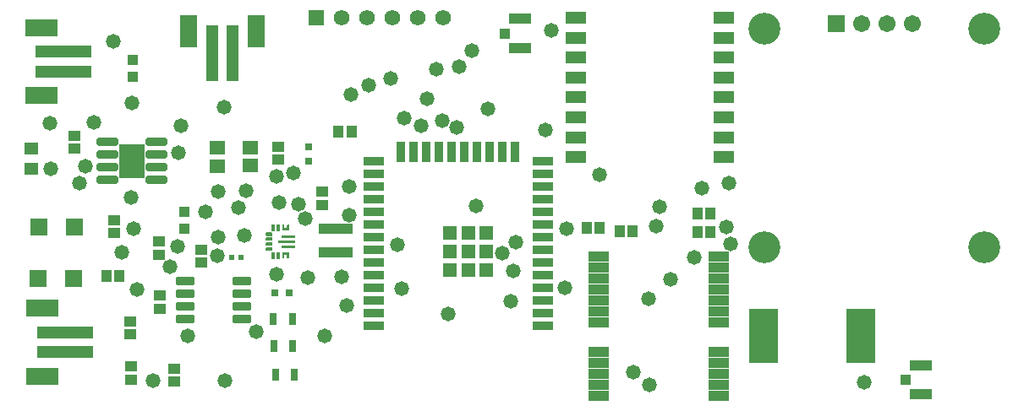
<source format=gbr>
%TF.GenerationSoftware,Altium Limited,Altium Designer,25.5.2 (35)*%
G04 Layer_Color=8388736*
%FSLAX45Y45*%
%MOMM*%
%TF.SameCoordinates,50C6A35A-3351-48EA-99BD-CB12244F42B2*%
%TF.FilePolarity,Negative*%
%TF.FileFunction,Soldermask,Top*%
%TF.Part,Single*%
G01*
G75*
%TA.AperFunction,BGAPad,CuDef*%
%ADD11R,1.33000X1.33000*%
%TA.AperFunction,SMDPad,CuDef*%
%ADD12R,0.90000X2.00000*%
%ADD13R,2.00000X0.90000*%
%ADD17R,2.20000X1.05000*%
%ADD18R,0.70000X0.70000*%
%ADD20R,0.70000X1.30000*%
%ADD22R,1.55620X1.45464*%
%ADD30R,0.70000X0.70000*%
%ADD31R,0.61535X0.57247*%
%ADD36R,2.90000X5.40000*%
%ADD37R,1.05000X1.00000*%
%ADD40R,3.40000X0.98000*%
G04:AMPARAMS|DCode=57|XSize=0.8532mm|YSize=1.8532mm|CornerRadius=0.15035mm|HoleSize=0mm|Usage=FLASHONLY|Rotation=90.000|XOffset=0mm|YOffset=0mm|HoleType=Round|Shape=RoundedRectangle|*
%AMROUNDEDRECTD57*
21,1,0.85320,1.55250,0,0,90.0*
21,1,0.55250,1.85320,0,0,90.0*
1,1,0.30070,0.77625,0.27625*
1,1,0.30070,0.77625,-0.27625*
1,1,0.30070,-0.77625,-0.27625*
1,1,0.30070,-0.77625,0.27625*
%
%ADD57ROUNDEDRECTD57*%
%ADD58R,1.20320X1.10320*%
%ADD59R,2.15320X1.25320*%
%TA.AperFunction,ConnectorPad*%
%ADD60R,2.00320X1.00320*%
%ADD61R,1.20320X5.70320*%
%TA.AperFunction,SMDPad,CuDef*%
G04:AMPARAMS|DCode=62|XSize=2.1732mm|YSize=0.8032mm|CornerRadius=0.1766mm|HoleSize=0mm|Usage=FLASHONLY|Rotation=0.000|XOffset=0mm|YOffset=0mm|HoleType=Round|Shape=RoundedRectangle|*
%AMROUNDEDRECTD62*
21,1,2.17320,0.45000,0,0,0.0*
21,1,1.82000,0.80320,0,0,0.0*
1,1,0.35320,0.91000,-0.22500*
1,1,0.35320,-0.91000,-0.22500*
1,1,0.35320,-0.91000,0.22500*
1,1,0.35320,0.91000,0.22500*
%
%ADD62ROUNDEDRECTD62*%
%ADD63R,5.70320X1.20320*%
%ADD64R,1.15320X1.05320*%
%ADD65R,1.40320X1.20320*%
%ADD66R,1.10320X1.20320*%
%ADD67R,1.05320X1.15320*%
%ADD68R,1.00320X1.10320*%
%TA.AperFunction,ConnectorPad*%
%ADD69R,1.80320X3.20320*%
%TA.AperFunction,SMDPad,CuDef*%
%ADD70R,3.20320X1.80320*%
%ADD71R,1.70320X1.80320*%
%ADD72R,2.61620X3.50520*%
%TA.AperFunction,ComponentPad*%
%ADD73R,1.71120X1.71120*%
%ADD74C,1.57320*%
%ADD75C,1.71120*%
%ADD76C,3.20320*%
%ADD77R,1.57320X1.57320*%
%TA.AperFunction,ViaPad*%
%ADD78C,1.47320*%
G36*
X2779818Y1833742D02*
X2794818Y1833741D01*
X2795812D01*
X2797650Y1832980D01*
X2799056Y1831574D01*
X2799817Y1829736D01*
Y1828742D01*
X2799818D01*
X2799817Y1778741D01*
Y1777747D01*
X2799056Y1775909D01*
X2797650Y1774503D01*
X2795812Y1773742D01*
X2794818D01*
X2794818Y1773741D01*
X2729818Y1773742D01*
X2728823Y1773741D01*
X2726985Y1774503D01*
X2725579Y1775909D01*
X2724818Y1777747D01*
X2724818Y1778741D01*
Y1778742D01*
X2724818Y1828742D01*
X2724817Y1829736D01*
X2725578Y1831574D01*
X2726985Y1832981D01*
X2728823Y1833742D01*
X2729818Y1833742D01*
X2744818Y1833741D01*
X2745812D01*
X2747650Y1832980D01*
X2749056Y1831574D01*
X2749817Y1829736D01*
Y1828742D01*
X2749818D01*
Y1798742D01*
X2774818D01*
Y1828742D01*
X2774818Y1829736D01*
X2775579Y1831574D01*
X2776986Y1832981D01*
X2778823Y1833742D01*
X2779818Y1833742D01*
D02*
G37*
G36*
X2700483Y1837219D02*
X2703296Y1834406D01*
X2704818Y1830731D01*
Y1828742D01*
Y1778742D01*
Y1776752D01*
X2703296Y1773077D01*
X2700483Y1770264D01*
X2696807Y1768742D01*
X2677829D01*
X2674153Y1770264D01*
X2671340Y1773077D01*
X2669818Y1776752D01*
Y1778742D01*
Y1828742D01*
Y1830731D01*
X2671340Y1834406D01*
X2674153Y1837219D01*
X2677829Y1838742D01*
X2696807D01*
X2700483Y1837219D01*
D02*
G37*
G36*
X2650482D02*
X2653295Y1834406D01*
X2654818Y1830731D01*
Y1828742D01*
X2654818D01*
X2654818Y1778742D01*
Y1776752D01*
X2653295Y1773077D01*
X2650482Y1770264D01*
X2646807Y1768742D01*
X2627829D01*
X2624153Y1770264D01*
X2621340Y1773077D01*
X2619818Y1776752D01*
Y1778742D01*
Y1828742D01*
Y1830731D01*
X2621340Y1834406D01*
X2624153Y1837219D01*
X2627829Y1838742D01*
X2646807D01*
X2650482Y1837219D01*
D02*
G37*
G36*
X2625482Y1754719D02*
X2628295Y1751906D01*
X2629818Y1748231D01*
Y1746242D01*
Y1731242D01*
Y1729252D01*
X2628295Y1725577D01*
X2625482Y1722764D01*
X2621807Y1721242D01*
X2567829D01*
X2564153Y1722764D01*
X2561340Y1725577D01*
X2559818Y1729252D01*
Y1731242D01*
Y1746242D01*
Y1748231D01*
X2561340Y1751906D01*
X2564153Y1754719D01*
X2567829Y1756242D01*
X2621807D01*
X2625482Y1754719D01*
D02*
G37*
G36*
X2852650Y1725480D02*
X2854057Y1724074D01*
X2854818Y1722236D01*
Y1721242D01*
Y1706242D01*
Y1705247D01*
X2854057Y1703409D01*
X2852650Y1702003D01*
X2850812Y1701242D01*
X2723823D01*
X2721986Y1702003D01*
X2720579Y1703409D01*
X2719818Y1705247D01*
Y1706242D01*
Y1721242D01*
Y1722236D01*
X2720579Y1724074D01*
X2721986Y1725480D01*
X2723823Y1726242D01*
X2850812D01*
X2852650Y1725480D01*
D02*
G37*
G36*
X2625482Y1704719D02*
X2628295Y1701906D01*
X2629818Y1698231D01*
Y1696242D01*
Y1681242D01*
Y1679252D01*
X2628295Y1675577D01*
X2625482Y1672764D01*
X2621807Y1671242D01*
X2567829D01*
X2564153Y1672764D01*
X2561340Y1675577D01*
X2559818Y1679252D01*
Y1681242D01*
Y1696242D01*
Y1698231D01*
X2561340Y1701906D01*
X2564153Y1704719D01*
X2567829Y1706242D01*
X2621807D01*
X2625482Y1704719D01*
D02*
G37*
G36*
X2852650Y1675480D02*
X2854057Y1674074D01*
X2854818Y1672236D01*
Y1671242D01*
X2854818D01*
Y1656242D01*
Y1655247D01*
X2854057Y1653409D01*
X2852650Y1652003D01*
X2850812Y1651242D01*
X2688823D01*
X2686986Y1652003D01*
X2685579Y1653409D01*
X2684818Y1655247D01*
Y1656242D01*
Y1671242D01*
Y1672236D01*
X2685579Y1674074D01*
X2686986Y1675480D01*
X2688823Y1676242D01*
X2850812D01*
X2852650Y1675480D01*
D02*
G37*
G36*
X2625482Y1654719D02*
X2628295Y1651906D01*
X2629818Y1648231D01*
Y1646242D01*
Y1631242D01*
Y1629252D01*
X2628295Y1625577D01*
X2625482Y1622764D01*
X2621807Y1621242D01*
X2567829D01*
X2564153Y1622764D01*
X2561340Y1625577D01*
X2559818Y1629252D01*
Y1631242D01*
Y1646242D01*
Y1648231D01*
X2561340Y1651906D01*
X2564153Y1654719D01*
X2567829Y1656242D01*
X2621807D01*
X2625482Y1654719D01*
D02*
G37*
G36*
X2852650Y1625480D02*
X2854057Y1624074D01*
X2854818Y1622236D01*
Y1621242D01*
Y1606242D01*
Y1605247D01*
X2854057Y1603409D01*
X2852650Y1602003D01*
X2850812Y1601242D01*
X2723823D01*
X2721986Y1602003D01*
X2720579Y1603409D01*
X2719818Y1605247D01*
Y1606242D01*
Y1621242D01*
Y1622236D01*
X2720579Y1624074D01*
X2721986Y1625480D01*
X2723823Y1626242D01*
X2850812D01*
X2852650Y1625480D01*
D02*
G37*
G36*
X2625482Y1604719D02*
X2628295Y1601906D01*
X2629818Y1598231D01*
Y1596242D01*
Y1581242D01*
Y1579252D01*
X2628295Y1575577D01*
X2625482Y1572764D01*
X2621807Y1571242D01*
X2567829D01*
X2564153Y1572764D01*
X2561340Y1575577D01*
X2559818Y1579252D01*
Y1581242D01*
Y1596242D01*
Y1598231D01*
X2561340Y1601906D01*
X2564153Y1604719D01*
X2567829Y1606242D01*
X2621807D01*
X2625482Y1604719D01*
D02*
G37*
G36*
X2797650Y1552981D02*
X2799057Y1551574D01*
X2799818Y1549736D01*
X2799818Y1548742D01*
X2799818Y1498742D01*
X2799818Y1498741D01*
X2799818Y1497747D01*
X2799057Y1495909D01*
X2797650Y1494503D01*
X2795812Y1493741D01*
X2794818Y1493742D01*
X2779818D01*
Y1493741D01*
X2778823Y1493741D01*
X2776986Y1494502D01*
X2775579Y1495909D01*
X2774818Y1497747D01*
X2774818Y1498741D01*
Y1528742D01*
X2749818D01*
X2749817Y1498742D01*
X2749817Y1498741D01*
Y1497747D01*
X2749056Y1495910D01*
X2747650Y1494503D01*
X2745812Y1493742D01*
X2729818D01*
X2729818Y1493741D01*
X2728823Y1493741D01*
X2726985Y1494502D01*
X2725578Y1495909D01*
X2724817Y1497747D01*
X2724818Y1498741D01*
X2724818Y1548742D01*
X2724818Y1549736D01*
X2725578Y1551574D01*
X2726985Y1552981D01*
X2728823Y1553742D01*
X2729818Y1553741D01*
X2794818Y1553742D01*
Y1553742D01*
X2795812Y1553742D01*
X2797650Y1552981D01*
D02*
G37*
G36*
X2700483Y1557219D02*
X2703296Y1554406D01*
X2704818Y1550731D01*
Y1548742D01*
Y1498742D01*
Y1496752D01*
X2703296Y1493077D01*
X2700483Y1490264D01*
X2696807Y1488742D01*
X2677829D01*
X2674153Y1490264D01*
X2671340Y1493077D01*
X2669818Y1496752D01*
Y1498742D01*
Y1548742D01*
Y1550731D01*
X2671340Y1554406D01*
X2674153Y1557219D01*
X2677829Y1558742D01*
X2696807D01*
X2700483Y1557219D01*
D02*
G37*
G36*
X2650482D02*
X2653295Y1554406D01*
X2654818Y1550731D01*
Y1548742D01*
X2654818D01*
X2654818Y1498742D01*
Y1496752D01*
X2653295Y1493077D01*
X2650482Y1490264D01*
X2646807Y1488742D01*
X2627829D01*
X2624153Y1490264D01*
X2621340Y1493077D01*
X2619818Y1496752D01*
Y1498742D01*
Y1548742D01*
Y1550731D01*
X2621340Y1554406D01*
X2624153Y1557219D01*
X2627829Y1558742D01*
X2646807D01*
X2650482Y1557219D01*
D02*
G37*
D11*
X4405689Y1749390D02*
D03*
X4589189D02*
D03*
X4772689D02*
D03*
X4405689Y1565890D02*
D03*
X4589189D02*
D03*
X4772689D02*
D03*
X4405689Y1382390D02*
D03*
X4589189D02*
D03*
X4772689D02*
D03*
D12*
X3917689Y2566890D02*
D03*
X4044689D02*
D03*
X4171689D02*
D03*
X4298689D02*
D03*
X4425689D02*
D03*
X4552689D02*
D03*
X4679689D02*
D03*
X4806689D02*
D03*
X4933689D02*
D03*
X5060689D02*
D03*
D13*
X3639189Y815890D02*
D03*
Y942890D02*
D03*
Y1069890D02*
D03*
Y1196890D02*
D03*
Y1323890D02*
D03*
Y1450890D02*
D03*
Y1577890D02*
D03*
Y1704890D02*
D03*
Y1831890D02*
D03*
Y1958890D02*
D03*
Y2085890D02*
D03*
Y2212890D02*
D03*
Y2339890D02*
D03*
Y2466890D02*
D03*
X5339189D02*
D03*
Y2339890D02*
D03*
Y2212890D02*
D03*
Y2085890D02*
D03*
Y1958890D02*
D03*
Y1831890D02*
D03*
Y1704890D02*
D03*
Y1577890D02*
D03*
Y1450890D02*
D03*
Y1323890D02*
D03*
Y1196890D02*
D03*
Y1069890D02*
D03*
Y942890D02*
D03*
Y815890D02*
D03*
D17*
X5111024Y3900447D02*
D03*
Y3605447D02*
D03*
X9123603Y425857D02*
D03*
Y130856D02*
D03*
D18*
X2994840Y2474613D02*
D03*
Y2614614D02*
D03*
D20*
X2849108Y332770D02*
D03*
X2828465Y886350D02*
D03*
X2833294Y618362D02*
D03*
X2638465Y886350D02*
D03*
X2643293Y618362D02*
D03*
X2659107Y332770D02*
D03*
D22*
X2406788Y2425011D02*
D03*
X2074922Y2419639D02*
D03*
X2406788Y2610168D02*
D03*
X2074922Y2604795D02*
D03*
D30*
X2794588Y1152530D02*
D03*
X2654588D02*
D03*
D31*
X2310572Y1509684D02*
D03*
X2224859D02*
D03*
D36*
X7547640Y719383D02*
D03*
X8517640D02*
D03*
D37*
X8971103Y278357D02*
D03*
X4958524Y3752947D02*
D03*
D40*
X3264609Y1790952D02*
D03*
Y1553953D02*
D03*
D57*
X1756970Y1267142D02*
D03*
Y886142D02*
D03*
X2321970Y1267142D02*
D03*
Y886142D02*
D03*
Y1013142D02*
D03*
Y1140142D02*
D03*
X1756970Y1013142D02*
D03*
Y1140142D02*
D03*
D58*
X1499752Y1122657D02*
D03*
Y987657D02*
D03*
D59*
X5665394Y3510792D02*
D03*
Y2910792D02*
D03*
Y3910792D02*
D03*
X7145394Y2710792D02*
D03*
X5665394Y2510792D02*
D03*
X7145394Y3510792D02*
D03*
X5665394Y3110792D02*
D03*
Y3310792D02*
D03*
X7145394D02*
D03*
Y3910792D02*
D03*
Y3710792D02*
D03*
Y3110792D02*
D03*
Y2910792D02*
D03*
Y2510792D02*
D03*
X5665394Y2710792D02*
D03*
Y3710792D02*
D03*
D60*
X7097966Y1512997D02*
D03*
X5897966Y332997D02*
D03*
X7097966Y112997D02*
D03*
X5897966D02*
D03*
X7097966Y1182997D02*
D03*
Y1402997D02*
D03*
Y1072997D02*
D03*
X5897966Y1512997D02*
D03*
Y1402997D02*
D03*
Y1292997D02*
D03*
Y1182997D02*
D03*
Y1072997D02*
D03*
Y962997D02*
D03*
Y852997D02*
D03*
Y552997D02*
D03*
Y442997D02*
D03*
Y222997D02*
D03*
X7097966D02*
D03*
Y332997D02*
D03*
Y442997D02*
D03*
Y552997D02*
D03*
Y852997D02*
D03*
Y962997D02*
D03*
Y1292997D02*
D03*
D61*
X2228636Y3550217D02*
D03*
X2028636D02*
D03*
D62*
X974291Y2662984D02*
D03*
Y2408984D02*
D03*
X1469291Y2662984D02*
D03*
X974291Y2535984D02*
D03*
Y2281984D02*
D03*
X1469291D02*
D03*
Y2408984D02*
D03*
Y2535984D02*
D03*
D63*
X539391Y3570828D02*
D03*
X549235Y555251D02*
D03*
X539391Y3370827D02*
D03*
X549235Y755251D02*
D03*
D64*
X647916Y2724064D02*
D03*
X1492927Y1534928D02*
D03*
X1642133Y256745D02*
D03*
X3127578Y2163065D02*
D03*
Y2033065D02*
D03*
X1913044Y1451954D02*
D03*
X1209810Y279119D02*
D03*
X1913044Y1581954D02*
D03*
X1042355Y1878420D02*
D03*
Y1748420D02*
D03*
X1209810Y409119D02*
D03*
X1492927Y1664928D02*
D03*
X1208518Y863429D02*
D03*
Y733429D02*
D03*
X1642133Y386745D02*
D03*
X647916Y2594064D02*
D03*
X2688248Y2487068D02*
D03*
Y2617068D02*
D03*
D65*
X215389Y2598157D02*
D03*
Y2398157D02*
D03*
D66*
X3419581Y2767191D02*
D03*
X3284581D02*
D03*
X5772816Y1801701D02*
D03*
X5907816D02*
D03*
D67*
X6885615Y1943695D02*
D03*
X6886061Y1761384D02*
D03*
X6104903Y1769787D02*
D03*
X6234903D02*
D03*
X965653Y1315627D02*
D03*
X1095653D02*
D03*
X7016061Y1761384D02*
D03*
X7015615Y1943695D02*
D03*
D68*
X1745824Y1965242D02*
D03*
X1232807Y3319007D02*
D03*
Y3489008D02*
D03*
X1745824Y1795242D02*
D03*
D69*
X2468636Y3775217D02*
D03*
X1788635D02*
D03*
D70*
X314391Y3130827D02*
D03*
Y3810828D02*
D03*
X324235Y995252D02*
D03*
Y315251D02*
D03*
D71*
X280925Y1290952D02*
D03*
X640925D02*
D03*
X290129Y1811151D02*
D03*
X650129D02*
D03*
D72*
X1221791Y2472484D02*
D03*
D73*
X8272358Y3854040D02*
D03*
D74*
X4338956Y3913960D02*
D03*
X3322956D02*
D03*
X4084956D02*
D03*
X3576956D02*
D03*
X3830956D02*
D03*
D75*
X8526358Y3854040D02*
D03*
X9034358D02*
D03*
X8780358D02*
D03*
D76*
X7553358Y1604040D02*
D03*
X9753358D02*
D03*
Y3804040D02*
D03*
X7553358D02*
D03*
D77*
X3068956Y3913960D02*
D03*
D78*
X6396576Y1091081D02*
D03*
X4928089Y1547693D02*
D03*
X5036904Y1373108D02*
D03*
X6613174Y1287190D02*
D03*
X5067720Y1655992D02*
D03*
X3878407Y1634740D02*
D03*
X5559900Y1196558D02*
D03*
X1273267Y1181052D02*
D03*
X4332935Y2880139D02*
D03*
X3920453Y1196313D02*
D03*
X5418897Y3786574D02*
D03*
X5362318Y2782299D02*
D03*
X7197481Y2252194D02*
D03*
X5907892Y2338311D02*
D03*
X3589806Y3232383D02*
D03*
X6849638Y1507136D02*
D03*
X6239972Y352726D02*
D03*
X2141249Y3011274D02*
D03*
X1036559Y3676043D02*
D03*
X836552Y2856050D02*
D03*
X403610Y2851433D02*
D03*
X757621Y2419534D02*
D03*
X2348679Y1726358D02*
D03*
X2670403Y1333028D02*
D03*
X2082887Y2162825D02*
D03*
X1603993Y1409883D02*
D03*
X1783955Y718939D02*
D03*
X3396498Y2219074D02*
D03*
X3397328Y1931474D02*
D03*
X3368085Y1020787D02*
D03*
X3414850Y3139203D02*
D03*
X4173672Y3094445D02*
D03*
X4497382Y3422747D02*
D03*
X4784359Y2995725D02*
D03*
X4670884Y2024678D02*
D03*
X4473087Y2806591D02*
D03*
X4391679Y940831D02*
D03*
X3156057Y717236D02*
D03*
X2954171Y1895100D02*
D03*
X1958391Y1965036D02*
D03*
X2982078Y1300882D02*
D03*
X1677835Y1613840D02*
D03*
X2469151Y756769D02*
D03*
X1429689Y272716D02*
D03*
X2155502Y270581D02*
D03*
X5570239Y1795477D02*
D03*
X5016401Y1067210D02*
D03*
X3946144Y2903573D02*
D03*
X3325084Y1309266D02*
D03*
X4117506Y2822713D02*
D03*
X8550893Y254465D02*
D03*
X6402425Y223733D02*
D03*
X7176667Y1807865D02*
D03*
X6469156Y1821228D02*
D03*
X6502798Y2016353D02*
D03*
X2362733Y2170151D02*
D03*
X2285079Y2006053D02*
D03*
X2081422Y1707160D02*
D03*
X2694353Y2053589D02*
D03*
X4271283Y3396134D02*
D03*
X4628749Y3577316D02*
D03*
X6929855Y2199194D02*
D03*
X7217537Y1637140D02*
D03*
X3816272Y3296261D02*
D03*
X2078696Y1523814D02*
D03*
X2886760Y2040450D02*
D03*
X2668503Y2315453D02*
D03*
X2840198Y2353284D02*
D03*
X1237637Y1792836D02*
D03*
X1709808Y2825640D02*
D03*
X1687121Y2551932D02*
D03*
X1120970Y1554720D02*
D03*
X692855Y2247061D02*
D03*
X411584Y2396445D02*
D03*
X1218850Y3055676D02*
D03*
X1210987Y2108446D02*
D03*
%TF.MD5,cac740784adc451bb37837a417ffeaa3*%
M02*

</source>
